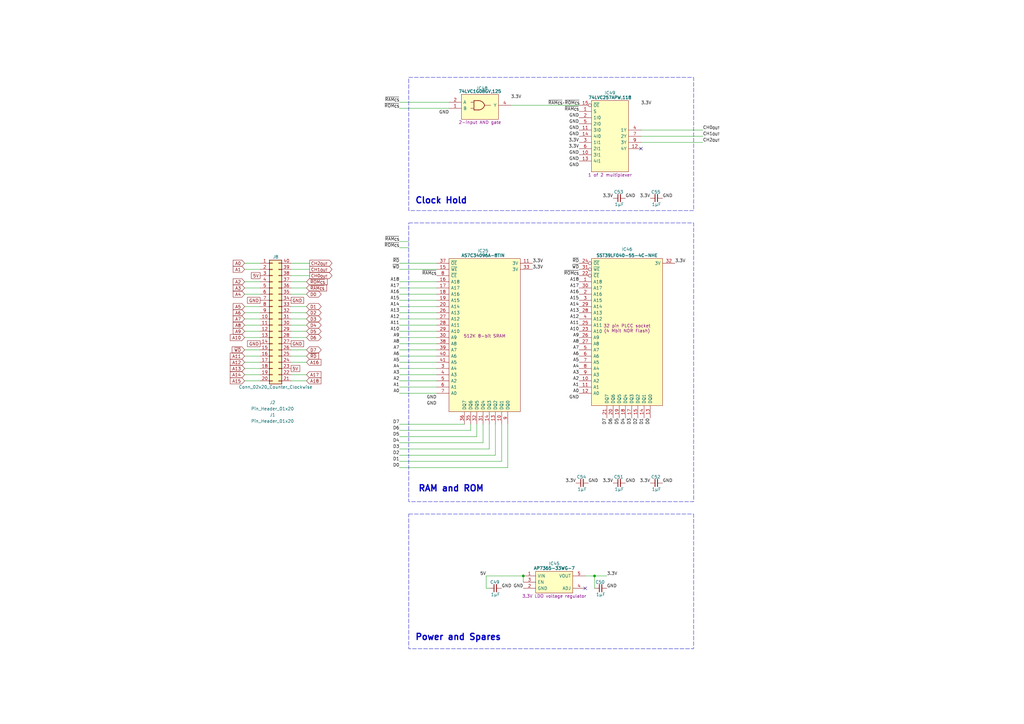
<source format=kicad_sch>
(kicad_sch (version 20230121) (generator eeschema)
  (paper "A3")
  (title_block (title "MPU Memory") (date "2024-02-15") (rev "V0"))
  (lib_symbols
    (symbol "Alliance:AS7C34096A-8TIN" (pin_names (offset 0.762))
      (property "Reference" "IC" (at 19.05 5.08 0))
      (property "Value" "AS7C34096A-8TIN" (at 19.05 3.175 0))
      (property "Description" "512K 8-bit SRAM" (at 19.685 -29.845 0))
      (symbol "AS7C34096A-8TIN_0_0"
        (pin no_connect line (at 39.37 -20.32 180) (length 5.08) hide (name "N.C.") (number "1"))
        (pin bidirectional line (at 26.67 -66.04 90) (length 5.08) (name "DQ1") (number "10"))
        (pin passive line (at 0 -55.88 0) (length 5.08) hide (name "GND") (number "12"))
        (pin bidirectional line (at 24.13 -66.04 90) (length 5.08) (name "DQ2") (number "13"))
        (pin bidirectional line (at 21.59 -66.04 90) (length 5.08) (name "DQ3") (number "14"))
        (pin input line (at 0 -2.54 0) (length 5.08) (name "~{WE}") (number "15"))
        (pin input line (at 0 -7.62 0) (length 5.08) (name "A18") (number "16"))
        (pin input line (at 0 -10.16 0) (length 5.08) (name "A17") (number "17"))
        (pin input line (at 0 -12.7 0) (length 5.08) (name "A16") (number "18"))
        (pin input line (at 0 -15.24 0) (length 5.08) (name "A15") (number "19"))
        (pin no_connect line (at 39.37 -22.86 180) (length 5.08) hide (name "N.C.") (number "2"))
        (pin input line (at 0 -17.78 0) (length 5.08) (name "A14") (number "20"))
        (pin no_connect line (at 39.37 -25.4 180) (length 5.08) hide (name "N.C.") (number "21"))
        (pin no_connect line (at 39.37 -27.94 180) (length 5.08) hide (name "N.C.") (number "22"))
        (pin no_connect line (at 39.37 -30.48 180) (length 5.08) hide (name "N.C.") (number "23"))
        (pin no_connect line (at 39.37 -33.02 180) (length 5.08) hide (name "N.C.") (number "24"))
        (pin no_connect line (at 39.37 -35.56 180) (length 5.08) hide (name "N.C.") (number "25"))
        (pin input line (at 0 -20.32 0) (length 5.08) (name "A13") (number "26"))
        (pin input line (at 0 -22.86 0) (length 5.08) (name "A12") (number "27"))
        (pin input line (at 0 -25.4 0) (length 5.08) (name "A11") (number "28"))
        (pin input line (at 0 -27.94 0) (length 5.08) (name "A10") (number "29"))
        (pin input line (at 0 -43.18 0) (length 5.08) (name "A4") (number "3"))
        (pin input line (at 0 -30.48 0) (length 5.08) (name "A9") (number "30"))
        (pin bidirectional line (at 19.05 -66.04 90) (length 5.08) (name "DQ4") (number "31"))
        (pin bidirectional line (at 16.51 -66.04 90) (length 5.08) (name "DQ5") (number "32"))
        (pin passive line (at 0 -58.42 0) (length 5.08) hide (name "GND") (number "34"))
        (pin bidirectional line (at 13.97 -66.04 90) (length 5.08) (name "DQ6") (number "35"))
        (pin bidirectional line (at 11.43 -66.04 90) (length 5.08) (name "DQ7") (number "36"))
        (pin input line (at 0 0 0) (length 5.08) (name "~{OE}") (number "37"))
        (pin input line (at 0 -33.02 0) (length 5.08) (name "A8") (number "38"))
        (pin input line (at 0 -35.56 0) (length 5.08) (name "A7") (number "39"))
        (pin input line (at 0 -45.72 0) (length 5.08) (name "A3") (number "4"))
        (pin input line (at 0 -38.1 0) (length 5.08) (name "A6") (number "40"))
        (pin input line (at 0 -40.64 0) (length 5.08) (name "A5") (number "41"))
        (pin no_connect line (at 39.37 -38.1 180) (length 5.08) hide (name "N.C.") (number "42"))
        (pin no_connect line (at 39.37 -40.64 180) (length 5.08) hide (name "N.C.") (number "43"))
        (pin no_connect line (at 39.37 -43.18 180) (length 5.08) hide (name "N.C.") (number "44"))
        (pin input line (at 0 -48.26 0) (length 5.08) (name "A2") (number "5"))
        (pin input line (at 0 -50.8 0) (length 5.08) (name "A1") (number "6"))
        (pin input line (at 0 -53.34 0) (length 5.08) (name "A0") (number "7"))
        (pin input line (at 0 -5.08 0) (length 5.08) (name "~{CE}") (number "8"))
        (pin bidirectional line (at 29.21 -66.04 90) (length 5.08) (name "DQ0") (number "9"))
      )
      (symbol "AS7C34096A-8TIN_0_1"
        (polyline (pts (xy 5.08 1.905) (xy 34.29 1.905) (xy 34.29 -60.96) (xy 5.08 -60.96) (xy 5.08 1.905)) (stroke (width 0.1524)) (fill (type background)))
      )
      (symbol "AS7C34096A-8TIN_1_1"
        (pin passive line (at 39.37 0 180) (length 5.08) (name "3V") (number "11"))
        (pin passive line (at 39.37 -2.54 180) (length 5.08) (name "3V") (number "33"))
      )
    )
    (symbol "Connector_Generic:Conn_02x20_Counter_Clockwise" (pin_names (offset 1.016) hide)
      (property "Reference" "J" (at 1.27 25.4 0))
      (property "Value" "Conn_02x20_Counter_Clockwise" (at 1.27 -27.94 0))
      (symbol "Conn_02x20_Counter_Clockwise_1_1"
        (rectangle (start -1.27 -25.273) (end 0 -25.527) (stroke (width 0.1524)))
        (rectangle (start -1.27 -22.733) (end 0 -22.987) (stroke (width 0.1524)))
        (rectangle (start -1.27 -20.193) (end 0 -20.447) (stroke (width 0.1524)))
        (rectangle (start -1.27 -17.653) (end 0 -17.907) (stroke (width 0.1524)))
        (rectangle (start -1.27 -15.113) (end 0 -15.367) (stroke (width 0.1524)))
        (rectangle (start -1.27 -12.573) (end 0 -12.827) (stroke (width 0.1524)))
        (rectangle (start -1.27 -10.033) (end 0 -10.287) (stroke (width 0.1524)))
        (rectangle (start -1.27 -7.493) (end 0 -7.747) (stroke (width 0.1524)))
        (rectangle (start -1.27 -4.953) (end 0 -5.207) (stroke (width 0.1524)))
        (rectangle (start -1.27 -2.413) (end 0 -2.667) (stroke (width 0.1524)))
        (rectangle (start -1.27 0.127) (end 0 -0.127) (stroke (width 0.1524)))
        (rectangle (start -1.27 2.667) (end 0 2.413) (stroke (width 0.1524)))
        (rectangle (start -1.27 5.207) (end 0 4.953) (stroke (width 0.1524)))
        (rectangle (start -1.27 7.747) (end 0 7.493) (stroke (width 0.1524)))
        (rectangle (start -1.27 10.287) (end 0 10.033) (stroke (width 0.1524)))
        (rectangle (start -1.27 12.827) (end 0 12.573) (stroke (width 0.1524)))
        (rectangle (start -1.27 15.367) (end 0 15.113) (stroke (width 0.1524)))
        (rectangle (start -1.27 17.907) (end 0 17.653) (stroke (width 0.1524)))
        (rectangle (start -1.27 20.447) (end 0 20.193) (stroke (width 0.1524)))
        (rectangle (start -1.27 22.987) (end 0 22.733) (stroke (width 0.1524)))
        (rectangle (start -1.27 24.13) (end 3.81 -26.67) (stroke (width 0.254)) (fill (type background)))
        (rectangle (start 3.81 -25.273) (end 2.54 -25.527) (stroke (width 0.1524)))
        (rectangle (start 3.81 -22.733) (end 2.54 -22.987) (stroke (width 0.1524)))
        (rectangle (start 3.81 -20.193) (end 2.54 -20.447) (stroke (width 0.1524)))
        (rectangle (start 3.81 -17.653) (end 2.54 -17.907) (stroke (width 0.1524)))
        (rectangle (start 3.81 -15.113) (end 2.54 -15.367) (stroke (width 0.1524)))
        (rectangle (start 3.81 -12.573) (end 2.54 -12.827) (stroke (width 0.1524)))
        (rectangle (start 3.81 -10.033) (end 2.54 -10.287) (stroke (width 0.1524)))
        (rectangle (start 3.81 -7.493) (end 2.54 -7.747) (stroke (width 0.1524)))
        (rectangle (start 3.81 -4.953) (end 2.54 -5.207) (stroke (width 0.1524)))
        (rectangle (start 3.81 -2.413) (end 2.54 -2.667) (stroke (width 0.1524)))
        (rectangle (start 3.81 0.127) (end 2.54 -0.127) (stroke (width 0.1524)))
        (rectangle (start 3.81 2.667) (end 2.54 2.413) (stroke (width 0.1524)))
        (rectangle (start 3.81 5.207) (end 2.54 4.953) (stroke (width 0.1524)))
        (rectangle (start 3.81 7.747) (end 2.54 7.493) (stroke (width 0.1524)))
        (rectangle (start 3.81 10.287) (end 2.54 10.033) (stroke (width 0.1524)))
        (rectangle (start 3.81 12.827) (end 2.54 12.573) (stroke (width 0.1524)))
        (rectangle (start 3.81 15.367) (end 2.54 15.113) (stroke (width 0.1524)))
        (rectangle (start 3.81 17.907) (end 2.54 17.653) (stroke (width 0.1524)))
        (rectangle (start 3.81 20.447) (end 2.54 20.193) (stroke (width 0.1524)))
        (rectangle (start 3.81 22.987) (end 2.54 22.733) (stroke (width 0.1524)))
        (pin passive line (at -5.08 22.86 0) (length 3.81) (name "Pin_1") (number "1"))
        (pin passive line (at -5.08 0 0) (length 3.81) (name "Pin_10") (number "10"))
        (pin passive line (at -5.08 -2.54 0) (length 3.81) (name "Pin_11") (number "11"))
        (pin passive line (at -5.08 -5.08 0) (length 3.81) (name "Pin_12") (number "12"))
        (pin passive line (at -5.08 -7.62 0) (length 3.81) (name "Pin_13") (number "13"))
        (pin passive line (at -5.08 -10.16 0) (length 3.81) (name "Pin_14") (number "14"))
        (pin passive line (at -5.08 -12.7 0) (length 3.81) (name "Pin_15") (number "15"))
        (pin passive line (at -5.08 -15.24 0) (length 3.81) (name "Pin_16") (number "16"))
        (pin passive line (at -5.08 -17.78 0) (length 3.81) (name "Pin_17") (number "17"))
        (pin passive line (at -5.08 -20.32 0) (length 3.81) (name "Pin_18") (number "18"))
        (pin passive line (at -5.08 -22.86 0) (length 3.81) (name "Pin_19") (number "19"))
        (pin passive line (at -5.08 20.32 0) (length 3.81) (name "Pin_2") (number "2"))
        (pin passive line (at -5.08 -25.4 0) (length 3.81) (name "Pin_20") (number "20"))
        (pin passive line (at 7.62 -25.4 180) (length 3.81) (name "Pin_21") (number "21"))
        (pin passive line (at 7.62 -22.86 180) (length 3.81) (name "Pin_22") (number "22"))
        (pin passive line (at 7.62 -20.32 180) (length 3.81) (name "Pin_23") (number "23"))
        (pin passive line (at 7.62 -17.78 180) (length 3.81) (name "Pin_24") (number "24"))
        (pin passive line (at 7.62 -15.24 180) (length 3.81) (name "Pin_25") (number "25"))
        (pin passive line (at 7.62 -12.7 180) (length 3.81) (name "Pin_26") (number "26"))
        (pin passive line (at 7.62 -10.16 180) (length 3.81) (name "Pin_27") (number "27"))
        (pin passive line (at 7.62 -7.62 180) (length 3.81) (name "Pin_28") (number "28"))
        (pin passive line (at 7.62 -5.08 180) (length 3.81) (name "Pin_29") (number "29"))
        (pin passive line (at -5.08 17.78 0) (length 3.81) (name "Pin_3") (number "3"))
        (pin passive line (at 7.62 -2.54 180) (length 3.81) (name "Pin_30") (number "30"))
        (pin passive line (at 7.62 0 180) (length 3.81) (name "Pin_31") (number "31"))
        (pin passive line (at 7.62 2.54 180) (length 3.81) (name "Pin_32") (number "32"))
        (pin passive line (at 7.62 5.08 180) (length 3.81) (name "Pin_33") (number "33"))
        (pin passive line (at 7.62 7.62 180) (length 3.81) (name "Pin_34") (number "34"))
        (pin passive line (at 7.62 10.16 180) (length 3.81) (name "Pin_35") (number "35"))
        (pin passive line (at 7.62 12.7 180) (length 3.81) (name "Pin_36") (number "36"))
        (pin passive line (at 7.62 15.24 180) (length 3.81) (name "Pin_37") (number "37"))
        (pin passive line (at 7.62 17.78 180) (length 3.81) (name "Pin_38") (number "38"))
        (pin passive line (at 7.62 20.32 180) (length 3.81) (name "Pin_39") (number "39"))
        (pin passive line (at -5.08 15.24 0) (length 3.81) (name "Pin_4") (number "4"))
        (pin passive line (at 7.62 22.86 180) (length 3.81) (name "Pin_40") (number "40"))
        (pin passive line (at -5.08 12.7 0) (length 3.81) (name "Pin_5") (number "5"))
        (pin passive line (at -5.08 10.16 0) (length 3.81) (name "Pin_6") (number "6"))
        (pin passive line (at -5.08 7.62 0) (length 3.81) (name "Pin_7") (number "7"))
        (pin passive line (at -5.08 5.08 0) (length 3.81) (name "Pin_8") (number "8"))
        (pin passive line (at -5.08 2.54 0) (length 3.81) (name "Pin_9") (number "9"))
      )
    )
    (symbol "Diodes_Inc:AP7365-33WG-7" (pin_names (offset 0.762))
      (property "Reference" "IC" (at 12.7 5.08 0))
      (property "Value" "AP7365-33WG-7" (at 12.7 3.175 0))
      (property "Description" "3.3V LDO voltage regulator" (at 12.7 -8.255 0))
      (symbol "AP7365-33WG-7_0_0"
        (pin passive line (at 0 0 0) (length 5.08) (name "VIN") (number "1"))
        (pin passive line (at 0 -5.08 0) (length 5.08) (name "GND") (number "2"))
        (pin input line (at 0 -2.54 0) (length 5.08) (name "EN") (number "3"))
        (pin passive line (at 25.4 -5.08 180) (length 5.08) (name "ADJ") (number "4"))
        (pin passive line (at 25.4 0 180) (length 5.08) (name "VOUT") (number "5"))
      )
      (symbol "AP7365-33WG-7_0_1"
        (polyline (pts (xy 5.08 1.905) (xy 20.32 1.905) (xy 20.32 -6.985) (xy 5.08 -6.985) (xy 5.08 1.905)) (fill (type background)))
      )
    )
    (symbol "HCP65:C_0805" (pin_numbers hide) (pin_names (offset 0.254) hide)
      (property "Reference" "C" (at 2.286 2.54 0))
      (property "Value" "?μF" (at 2.54 -2.54 0))
      (symbol "C_0805_0_1"
        (polyline (pts (xy 1.9685 -1.4605) (xy 1.9685 1.5875)) (stroke (width 0.3048)))
        (polyline (pts (xy 2.9845 -1.4605) (xy 2.9845 1.5875)) (stroke (width 0.3302)))
      )
      (symbol "C_0805_1_1"
        (pin passive line (at 0 0 0) (length 2.032) (name "~") (number "1"))
        (pin passive line (at 5.08 0 180) (length 2.032) (name "~") (number "2"))
      )
    )
    (symbol "HCP65:Pin_Header_01x20" (pin_names (offset 1.016) hide)
      (property "Reference" "J" (at 0 1.27 0))
      (property "Value" "Pin_Header_01x20" (at 0 -1.27 0))
    )
    (symbol "Microchip:SST39LF040-55-4C-NHE" (pin_names (offset 0.762))
      (property "Reference" "IC" (at 19.685 5.715 0))
      (property "Value" "SST39LF040-55-4C-NHE" (at 19.685 3.175 0))
      (property "Description" "32 pin PLCC socket\n(4 Mbit NOR Flash)" (at 19.685 -26.67 0))
      (symbol "SST39LF040-55-4C-NHE_0_1"
        (polyline (pts (xy 5.08 1.905) (xy 34.29 1.905) (xy 34.29 -58.42) (xy 5.08 -58.42) (xy 5.08 1.905)) (stroke (width 0.1524)) (fill (type background)))
      )
      (symbol "SST39LF040-55-4C-NHE_1_0"
        (pin passive line (at 0 -55.88 0) (length 5.08) hide (name "GND") (number "16"))
      )
      (symbol "SST39LF040-55-4C-NHE_1_1"
        (pin input line (at 0 -7.62 0) (length 5.08) (name "A18") (number "1"))
        (pin input line (at 0 -48.26 0) (length 5.08) (name "A2") (number "10"))
        (pin input line (at 0 -50.8 0) (length 5.08) (name "A1") (number "11"))
        (pin input line (at 0 -53.34 0) (length 5.08) (name "A0") (number "12"))
        (pin tri_state line (at 29.21 -63.5 90) (length 5.08) (name "DQ0") (number "13"))
        (pin tri_state line (at 26.67 -63.5 90) (length 5.08) (name "DQ1") (number "14"))
        (pin tri_state line (at 24.13 -63.5 90) (length 5.08) (name "DQ2") (number "15"))
        (pin tri_state line (at 21.59 -63.5 90) (length 5.08) (name "DQ3") (number "17"))
        (pin tri_state line (at 19.05 -63.5 90) (length 5.08) (name "DQ4") (number "18"))
        (pin tri_state line (at 16.51 -63.5 90) (length 5.08) (name "DQ5") (number "19"))
        (pin input line (at 0 -12.7 0) (length 5.08) (name "A16") (number "2"))
        (pin tri_state line (at 13.97 -63.5 90) (length 5.08) (name "DQ6") (number "20"))
        (pin tri_state line (at 11.43 -63.5 90) (length 5.08) (name "DQ7") (number "21"))
        (pin input inverted (at 0 -5.08 0) (length 5.08) (name "~{CE}") (number "22"))
        (pin input line (at 0 -27.94 0) (length 5.08) (name "A10") (number "23"))
        (pin input inverted (at 0 0 0) (length 5.08) (name "~{OE}") (number "24"))
        (pin input line (at 0 -25.4 0) (length 5.08) (name "A11") (number "25"))
        (pin input line (at 0 -30.48 0) (length 5.08) (name "A9") (number "26"))
        (pin input line (at 0 -33.02 0) (length 5.08) (name "A8") (number "27"))
        (pin input line (at 0 -20.32 0) (length 5.08) (name "A13") (number "28"))
        (pin input line (at 0 -17.78 0) (length 5.08) (name "A14") (number "29"))
        (pin input line (at 0 -15.24 0) (length 5.08) (name "A15") (number "3"))
        (pin input line (at 0 -10.16 0) (length 5.08) (name "A17") (number "30"))
        (pin input inverted (at 0 -2.54 0) (length 5.08) (name "~{WE}") (number "31"))
        (pin passive line (at 39.37 0 180) (length 5.08) (name "3V") (number "32"))
        (pin input line (at 0 -22.86 0) (length 5.08) (name "A12") (number "4"))
        (pin input line (at 0 -35.56 0) (length 5.08) (name "A7") (number "5"))
        (pin input line (at 0 -38.1 0) (length 5.08) (name "A6") (number "6"))
        (pin input line (at 0 -40.64 0) (length 5.08) (name "A5") (number "7"))
        (pin input line (at 0 -43.18 0) (length 5.08) (name "A4") (number "8"))
        (pin input line (at 0 -45.72 0) (length 5.08) (name "A3") (number "9"))
      )
    )
    (symbol "Nexperia:74LVC1G08GV,125" (pin_names (offset 0.762))
      (property "Reference" "IC" (at 11.43 6.35 0))
      (property "Value" "74LVC1G08GV,125" (at 12.7 4.445 0))
      (property "Description" "2-input AND gate" (at 12.7 -8.255 0))
      (symbol "74LVC1G08GV,125_0_0"
        (pin input line (at 0 -2.54 0) (length 5.08) (name "B") (number "1"))
        (pin input line (at 0 0 0) (length 5.08) (name "A") (number "2"))
        (pin passive line (at 0 -5.08 0) (length 5.08) hide (name "GND") (number "3"))
        (pin output line (at 25.4 -1.27 180) (length 5.08) (name "Y") (number "4"))
        (pin passive line (at 25.4 1.27 180) (length 5.08) hide (name "3V") (number "5"))
      )
      (symbol "74LVC1G08GV,125_0_1"
        (polyline (pts (xy 8.89 -2.54) (xy 10.1599 -2.54)))
        (polyline (pts (xy 8.89 0) (xy 10.1599 0)))
        (polyline (pts (xy 10.248 0.635) (xy 10.248 -3.175)) (stroke (width 0.254)) (fill (type background)))
        (polyline (pts (xy 12.065 -3.175) (xy 10.248 -3.175)) (stroke (width 0.254)) (fill (type background)))
        (polyline (pts (xy 12.065 0.635) (xy 10.248 0.635)) (stroke (width 0.254)) (fill (type background)))
        (polyline (pts (xy 14.605 -1.27) (xy 17.145 -1.27)))
        (polyline (pts (xy 5.08 3.175) (xy 20.32 3.175) (xy 20.32 -6.985) (xy 5.08 -6.985) (xy 5.08 3.175)) (stroke (width 0.1524)) (fill (type background)))
        (arc (start 12.065 -3.175) (mid 13.6634 -2.6604) (end 14.605 -1.27) (stroke (width 0.254)))
        (arc (start 14.605 -1.27) (mid 13.6644 0.1222) (end 12.065 0.635) (stroke (width 0.254)))
      )
    )
    (symbol "Nexperia:74LVC257APW,118" (pin_names (offset 0.762))
      (property "Reference" "IC" (at 12.7 5.08 0))
      (property "Value" "74LVC257APW,118" (at 12.7 3.175 0))
      (property "Description" "1 of 2 multiplexer" (at 12.7 -28.575 0))
      (symbol "74LVC257APW,118_0_0"
        (pin input line (at 0 -2.54 0) (length 5.08) (name "S") (number "1"))
        (pin input line (at 0 -20.32 0) (length 5.08) (name "3I1") (number "10"))
        (pin input line (at 0 -10.16 0) (length 5.08) (name "3I0") (number "11"))
        (pin output line (at 25.4 -17.78 180) (length 5.08) (name "4Y") (number "12"))
        (pin input line (at 0 -22.86 0) (length 5.08) (name "4I1") (number "13"))
        (pin input line (at 0 -12.7 0) (length 5.08) (name "4I0") (number "14"))
        (pin passive line (at 25.4 0 180) (length 5.08) hide (name "3V") (number "16"))
        (pin input line (at 0 -5.08 0) (length 5.08) (name "1I0") (number "2"))
        (pin input line (at 0 -15.24 0) (length 5.08) (name "1I1") (number "3"))
        (pin output line (at 25.4 -10.16 180) (length 5.08) (name "1Y") (number "4"))
        (pin input line (at 0 -7.62 0) (length 5.08) (name "2I0") (number "5"))
        (pin input line (at 0 -17.78 0) (length 5.08) (name "2I1") (number "6"))
        (pin output line (at 25.4 -12.7 180) (length 5.08) (name "2Y") (number "7"))
        (pin passive line (at 0 -25.4 0) (length 5.08) hide (name "GND") (number "8"))
        (pin output line (at 25.4 -15.24 180) (length 5.08) (name "3Y") (number "9"))
      )
      (symbol "74LVC257APW,118_0_1"
        (polyline (pts (xy 5.08 1.905) (xy 20.32 1.905) (xy 20.32 -27.305) (xy 5.08 -27.305) (xy 5.08 1.905)) (stroke (width 0.1524)) (fill (type background)))
      )
      (symbol "74LVC257APW,118_1_0"
        (pin input inverted (at 0 0 0) (length 5.08) (name "~{OE}") (number "15"))
      )
    )
  )
  (junction (at 243.84 236.22))
  (junction (at 214.63 236.22))
  (no_connect (at 262.89 60.96))
  (no_connect (at 240.03 241.3))
  (wire (pts (xy 100.33 153.67) (xy 106.68 153.67)))
  (wire (pts (xy 119.38 128.27) (xy 125.73 128.27)))
  (wire (pts (xy 193.04 176.53) (xy 193.04 173.99)))
  (wire (pts (xy 100.33 151.13) (xy 106.68 151.13)))
  (wire (pts (xy 205.74 173.99) (xy 205.74 189.23)))
  (wire (pts (xy 119.38 110.49) (xy 127 110.49)))
  (wire (pts (xy 163.83 173.99) (xy 190.5 173.99)))
  (wire (pts (xy 119.38 113.03) (xy 127 113.03)))
  (wire (pts (xy 163.83 161.29) (xy 179.07 161.29)))
  (wire (pts (xy 163.83 158.75) (xy 179.07 158.75)))
  (wire (pts (xy 100.33 120.65) (xy 106.68 120.65)))
  (wire (pts (xy 163.83 133.35) (xy 179.07 133.35)))
  (wire (pts (xy 100.33 146.05) (xy 106.68 146.05)))
  (wire (pts (xy 119.38 135.89) (xy 125.73 135.89)))
  (wire (pts (xy 163.83 110.49) (xy 179.07 110.49)))
  (wire (pts (xy 100.33 125.73) (xy 106.68 125.73)))
  (wire (pts (xy 106.68 143.51) (xy 100.33 143.51)))
  (wire (pts (xy 208.28 191.77) (xy 208.28 173.99)))
  (wire (pts (xy 163.83 130.81) (xy 179.07 130.81)))
  (wire (pts (xy 163.83 41.91) (xy 184.15 41.91)))
  (wire (pts (xy 119.38 153.67) (xy 125.73 153.67)))
  (wire (pts (xy 163.83 118.11) (xy 179.07 118.11)))
  (wire (pts (xy 240.03 236.22) (xy 243.84 236.22)))
  (wire (pts (xy 163.83 135.89) (xy 179.07 135.89)))
  (wire (pts (xy 199.39 236.22) (xy 199.39 241.3)))
  (wire (pts (xy 119.38 133.35) (xy 125.73 133.35)))
  (wire (pts (xy 243.84 241.3) (xy 243.84 236.22)))
  (wire (pts (xy 209.55 43.18) (xy 237.49 43.18)))
  (wire (pts (xy 119.38 148.59) (xy 125.73 148.59)))
  (wire (pts (xy 119.38 146.05) (xy 125.73 146.05)))
  (wire (pts (xy 100.33 115.57) (xy 106.68 115.57)))
  (wire (pts (xy 163.83 191.77) (xy 208.28 191.77)))
  (wire (pts (xy 163.83 115.57) (xy 179.07 115.57)))
  (wire (pts (xy 119.38 107.95) (xy 127 107.95)))
  (wire (pts (xy 100.33 135.89) (xy 106.68 135.89)))
  (wire (pts (xy 288.29 58.42) (xy 262.89 58.42)))
  (wire (pts (xy 163.83 107.95) (xy 179.07 107.95)))
  (wire (pts (xy 100.33 133.35) (xy 106.68 133.35)))
  (wire (pts (xy 163.83 153.67) (xy 179.07 153.67)))
  (wire (pts (xy 100.33 148.59) (xy 106.68 148.59)))
  (wire (pts (xy 195.58 179.07) (xy 163.83 179.07)))
  (wire (pts (xy 163.83 120.65) (xy 179.07 120.65)))
  (wire (pts (xy 163.83 128.27) (xy 179.07 128.27)))
  (wire (pts (xy 205.74 189.23) (xy 163.83 189.23)))
  (wire (pts (xy 199.39 241.3) (xy 200.66 241.3)))
  (wire (pts (xy 163.83 146.05) (xy 179.07 146.05)))
  (wire (pts (xy 163.83 176.53) (xy 193.04 176.53)))
  (wire (pts (xy 163.83 148.59) (xy 179.07 148.59)))
  (wire (pts (xy 163.83 125.73) (xy 179.07 125.73)))
  (wire (pts (xy 199.39 236.22) (xy 214.63 236.22)))
  (wire (pts (xy 100.33 138.43) (xy 106.68 138.43)))
  (wire (pts (xy 100.33 130.81) (xy 106.68 130.81)))
  (wire (pts (xy 119.38 118.11) (xy 125.73 118.11)))
  (wire (pts (xy 100.33 128.27) (xy 106.68 128.27)))
  (wire (pts (xy 163.83 101.6) (xy 167.64 101.6)))
  (wire (pts (xy 163.83 143.51) (xy 179.07 143.51)))
  (wire (pts (xy 203.2 186.69) (xy 203.2 173.99)))
  (wire (pts (xy 119.38 156.21) (xy 125.73 156.21)))
  (wire (pts (xy 198.12 181.61) (xy 163.83 181.61)))
  (wire (pts (xy 100.33 107.95) (xy 106.68 107.95)))
  (wire (pts (xy 100.33 156.21) (xy 106.68 156.21)))
  (wire (pts (xy 195.58 173.99) (xy 195.58 179.07)))
  (wire (pts (xy 163.83 151.13) (xy 179.07 151.13)))
  (wire (pts (xy 200.66 173.99) (xy 200.66 184.15)))
  (wire (pts (xy 119.38 120.65) (xy 125.73 120.65)))
  (wire (pts (xy 163.83 186.69) (xy 203.2 186.69)))
  (wire (pts (xy 119.38 130.81) (xy 125.73 130.81)))
  (wire (pts (xy 119.38 115.57) (xy 125.73 115.57)))
  (wire (pts (xy 119.38 138.43) (xy 125.73 138.43)))
  (wire (pts (xy 214.63 236.22) (xy 214.63 238.76)))
  (wire (pts (xy 163.83 156.21) (xy 179.07 156.21)))
  (wire (pts (xy 163.83 44.45) (xy 184.15 44.45)))
  (wire (pts (xy 200.66 184.15) (xy 163.83 184.15)))
  (wire (pts (xy 163.83 138.43) (xy 179.07 138.43)))
  (wire (pts (xy 288.29 55.88) (xy 262.89 55.88)))
  (wire (pts (xy 100.33 118.11) (xy 106.68 118.11)))
  (wire (pts (xy 198.12 173.99) (xy 198.12 181.61)))
  (wire (pts (xy 288.29 53.34) (xy 262.89 53.34)))
  (wire (pts (xy 163.83 140.97) (xy 179.07 140.97)))
  (wire (pts (xy 125.73 143.51) (xy 119.38 143.51)))
  (wire (pts (xy 163.83 123.19) (xy 179.07 123.19)))
  (wire (pts (xy 100.33 110.49) (xy 106.68 110.49)))
  (wire (pts (xy 163.83 99.06) (xy 167.64 99.06)))
  (wire (pts (xy 119.38 125.73) (xy 125.73 125.73)))
  (wire (pts (xy 243.84 236.22) (xy 248.92 236.22)))
  (rectangle (start 167.64 210.82) (end 284.48 266.065) (stroke (width 0) (type dash)))
  (rectangle (start 167.64 31.75) (end 284.48 86.36) (stroke (width 0) (type dash)))
  (rectangle (start 167.64 91.44) (end 284.48 205.74) (stroke (width 0) (type dash)))
  (text "Power and Spares" (at 170.18 262.89 0) (effects (font (size 2.54 2.54) (thickness 0.508) bold) (justify left bottom)))
  (text "Clock Hold" (at 170.18 83.82 0) (effects (font (size 2.54 2.54) (thickness 0.508) bold) (justify left bottom)))
  (text "RAM and ROM" (at 171.45 201.93 0) (effects (font (size 2.54 2.54) (thickness 0.508) bold) (justify left bottom)))
  (label "A15" (at 163.83 123.19 180))
  (label "A10" (at 163.83 135.89 180))
  (label "A13" (at 163.83 128.27 180))
  (label "3.3V" (at 276.86 107.95 0))
  (label "A5" (at 163.83 148.59 180))
  (label "D2" (at 163.83 186.69 180))
  (label "A7" (at 163.83 143.51 180))
  (label "3.3V" (at 218.44 107.95 0))
  (label "D4" (at 163.83 181.61 180))
  (label "GND" (at 237.49 66.04 180))
  (label "A3" (at 237.49 153.67 180))
  (label "D7" (at 163.83 173.99 180))
  (label "GND" (at 241.3 198.12 0))
  (label "A16" (at 163.83 120.65 180))
  (label "A6" (at 237.49 146.05 180))
  (label "GND" (at 237.49 48.26 180))
  (label "A17" (at 237.49 118.11 180))
  (label "GND" (at 179.07 166.37 180))
  (label "A18" (at 237.49 115.57 180))
  (label "GND" (at 248.92 241.3 0))
  (label "A14" (at 237.49 125.73 180))
  (label "3.3V" (at 266.7 81.28 180))
  (label "~{RAM_{CS}}" (at 237.49 45.72 180))
  (label "~{ROM_{CS}}" (at 237.49 113.03 180))
  (label "A12" (at 237.49 130.81 180))
  (label "A8" (at 237.49 140.97 180))
  (label "~{RAM_{CS}}" (at 163.83 99.06 180))
  (label "CH2_{OUT}" (at 288.29 58.42 0))
  (label "3.3V" (at 237.49 58.42 180))
  (label "3.3V" (at 251.46 198.12 180))
  (label "GND" (at 256.54 198.12 0))
  (label "A17" (at 163.83 118.11 180))
  (label "3.3V" (at 248.92 236.22 0))
  (label "D2" (at 261.62 171.45 270))
  (label "D0" (at 163.83 191.77 180))
  (label "3.3V" (at 266.7 198.12 180))
  (label "A14" (at 163.83 125.73 180))
  (label "A0" (at 237.49 161.29 180))
  (label "3.3V" (at 218.44 110.49 0))
  (label "GND" (at 271.78 81.28 0))
  (label "D6" (at 163.83 176.53 180))
  (label "GND" (at 205.74 241.3 0))
  (label "A18" (at 163.83 115.57 180))
  (label "~{WD}" (at 163.83 110.49 180))
  (label "D4" (at 256.54 171.45 270))
  (label "A11" (at 163.83 133.35 180))
  (label "~{RAM_{CS}}" (at 163.83 41.91 180))
  (label "A12" (at 163.83 130.81 180))
  (label "~{RAM_{CS}}·~{ROM_{CS}}" (at 224.79 43.18 0))
  (label "A13" (at 237.49 128.27 180))
  (label "~{RAM_{CS}}" (at 179.07 113.03 180))
  (label "D5" (at 254 171.45 270))
  (label "A2" (at 237.49 156.21 180))
  (label "GND" (at 271.78 198.12 0))
  (label "A4" (at 237.49 151.13 180))
  (label "GND" (at 237.49 63.5 180))
  (label "~{RD}" (at 163.83 107.95 180))
  (label "A7" (at 237.49 143.51 180))
  (label "D1" (at 163.83 189.23 180))
  (label "A6" (at 163.83 146.05 180))
  (label "A10" (at 237.49 135.89 180))
  (label "GND" (at 256.54 81.28 0))
  (label "A3" (at 163.83 153.67 180))
  (label "GND" (at 237.49 50.8 180))
  (label "A15" (at 237.49 123.19 180))
  (label "~{WD}" (at 237.49 110.49 180))
  (label "~{ROM_{CS}}" (at 163.83 101.6 180))
  (label "A9" (at 237.49 138.43 180))
  (label "3.3V" (at 209.55 40.64 0))
  (label "A11" (at 237.49 133.35 180))
  (label "D6" (at 251.46 171.45 270))
  (label "GND" (at 184.15 46.99 180))
  (label "A9" (at 163.83 138.43 180))
  (label "D3" (at 259.08 171.45 270))
  (label "D1" (at 264.16 171.45 270))
  (label "A1" (at 237.49 158.75 180))
  (label "D3" (at 163.83 184.15 180))
  (label "GND" (at 237.49 68.58 180))
  (label "A5" (at 237.49 148.59 180))
  (label "GND" (at 237.49 55.88 180))
  (label "CH1_{OUT}" (at 288.29 55.88 0))
  (label "A16" (at 237.49 120.65 180))
  (label "GND" (at 214.63 241.3 180))
  (label "A2" (at 163.83 156.21 180))
  (label "3.3V" (at 236.22 198.12 180))
  (label "A8" (at 163.83 140.97 180))
  (label "~{RD}" (at 237.49 107.95 180))
  (label "GND" (at 179.07 163.83 180))
  (label "3.3V" (at 262.89 43.18 0))
  (label "A1" (at 163.83 158.75 180))
  (label "GND" (at 237.49 53.34 180))
  (label "GND" (at 237.49 163.83 180))
  (label "CH0_{OUT}" (at 288.29 53.34 0))
  (label "D5" (at 163.83 179.07 180))
  (label "A4" (at 163.83 151.13 180))
  (label "D0" (at 266.7 171.45 270))
  (label "D7" (at 248.92 171.45 270))
  (label "3.3V" (at 237.49 60.96 180))
  (label "A0" (at 163.83 161.29 180))
  (label "5V" (at 199.39 236.22 180))
  (label "3.3V" (at 251.46 81.28 180))
  (label "~{ROM_{CS}}" (at 163.83 44.45 180))
  (global_label "A16" (shape input) (at 125.73 148.59 0) (property "Intersheetrefs" "${INTERSHEET_REFS}" (effects hide)))
  (global_label "~{RAM_{CS}}" (shape input) (at 125.73 118.11 0) (property "Intersheetrefs" "${INTERSHEET_REFS}" (effects hide)))
  (global_label "A18" (shape input) (at 125.73 156.21 0) (property "Intersheetrefs" "${INTERSHEET_REFS}" (effects hide)))
  (global_label "A0" (shape input) (at 100.33 107.95 180) (property "Intersheetrefs" "${INTERSHEET_REFS}" (effects hide)))
  (global_label "A13" (shape input) (at 100.33 151.13 180) (property "Intersheetrefs" "${INTERSHEET_REFS}" (effects hide)))
  (global_label "A5" (shape input) (at 100.33 125.73 180) (property "Intersheetrefs" "${INTERSHEET_REFS}" (effects hide)))
  (global_label "GND" (shape passive) (at 106.68 123.19 180) (property "Intersheetrefs" "${INTERSHEET_REFS}" (effects hide)))
  (global_label "A11" (shape input) (at 100.33 146.05 180) (property "Intersheetrefs" "${INTERSHEET_REFS}" (effects hide)))
  (global_label "D0" (shape tri_state) (at 125.73 120.65 0) (property "Intersheetrefs" "${INTERSHEET_REFS}" (effects hide)))
  (global_label "A3" (shape input) (at 100.33 118.11 180) (property "Intersheetrefs" "${INTERSHEET_REFS}" (effects hide)))
  (global_label "A7" (shape input) (at 100.33 130.81 180) (property "Intersheetrefs" "${INTERSHEET_REFS}" (effects hide)))
  (global_label "D5" (shape tri_state) (at 125.73 135.89 0) (property "Intersheetrefs" "${INTERSHEET_REFS}" (effects hide)))
  (global_label "GND" (shape passive) (at 119.38 140.97 0) (property "Intersheetrefs" "${INTERSHEET_REFS}" (effects hide)))
  (global_label "D7" (shape tri_state) (at 125.73 143.51 0) (property "Intersheetrefs" "${INTERSHEET_REFS}" (effects hide)))
  (global_label "GND" (shape passive) (at 119.38 123.19 0) (property "Intersheetrefs" "${INTERSHEET_REFS}" (effects hide)))
  (global_label "~{WD}" (shape input) (at 100.33 143.51 180) (property "Intersheetrefs" "${INTERSHEET_REFS}" (effects hide)))
  (global_label "D4" (shape tri_state) (at 125.73 133.35 0) (property "Intersheetrefs" "${INTERSHEET_REFS}" (effects hide)))
  (global_label "5V" (shape passive) (at 106.68 113.03 180) (property "Intersheetrefs" "${INTERSHEET_REFS}" (effects hide)))
  (global_label "A12" (shape input) (at 100.33 148.59 180) (property "Intersheetrefs" "${INTERSHEET_REFS}" (effects hide)))
  (global_label "A2" (shape input) (at 100.33 115.57 180) (property "Intersheetrefs" "${INTERSHEET_REFS}" (effects hide)))
  (global_label "D6" (shape tri_state) (at 125.73 138.43 0) (property "Intersheetrefs" "${INTERSHEET_REFS}" (effects hide)))
  (global_label "A10" (shape input) (at 100.33 138.43 180) (property "Intersheetrefs" "${INTERSHEET_REFS}" (effects hide)))
  (global_label "A17" (shape input) (at 125.73 153.67 0) (property "Intersheetrefs" "${INTERSHEET_REFS}" (effects hide)))
  (global_label "A1" (shape input) (at 100.33 110.49 180) (property "Intersheetrefs" "${INTERSHEET_REFS}" (effects hide)))
  (global_label "A14" (shape input) (at 100.33 153.67 180) (property "Intersheetrefs" "${INTERSHEET_REFS}" (effects hide)))
  (global_label "A4" (shape input) (at 100.33 120.65 180) (property "Intersheetrefs" "${INTERSHEET_REFS}" (effects hide)))
  (global_label "A8" (shape input) (at 100.33 133.35 180) (property "Intersheetrefs" "${INTERSHEET_REFS}" (effects hide)))
  (global_label "5V" (shape passive) (at 119.38 151.13 0) (property "Intersheetrefs" "${INTERSHEET_REFS}" (effects hide)))
  (global_label "D1" (shape tri_state) (at 125.73 125.73 0) (property "Intersheetrefs" "${INTERSHEET_REFS}" (effects hide)))
  (global_label "A15" (shape input) (at 100.33 156.21 180) (property "Intersheetrefs" "${INTERSHEET_REFS}" (effects hide)))
  (global_label "D2" (shape tri_state) (at 125.73 128.27 0) (property "Intersheetrefs" "${INTERSHEET_REFS}" (effects hide)))
  (global_label "~{RD}" (shape input) (at 125.73 146.05 0) (property "Intersheetrefs" "${INTERSHEET_REFS}" (effects hide)))
  (global_label "~{ROM_{CS}}" (shape input) (at 125.73 115.57 0) (property "Intersheetrefs" "${INTERSHEET_REFS}" (effects hide)))
  (global_label "A9" (shape input) (at 100.33 135.89 180) (property "Intersheetrefs" "${INTERSHEET_REFS}" (effects hide)))
  (global_label "CH2_{OUT}" (shape output) (at 127 107.95 0) (property "Intersheetrefs" "${INTERSHEET_REFS}" (effects hide)))
  (global_label "CH0_{OUT}" (shape output) (at 127 113.03 0) (property "Intersheetrefs" "${INTERSHEET_REFS}" (effects hide)))
  (global_label "D3" (shape tri_state) (at 125.73 130.81 0) (property "Intersheetrefs" "${INTERSHEET_REFS}" (effects hide)))
  (global_label "CH1_{OUT}" (shape output) (at 127 110.49 0) (property "Intersheetrefs" "${INTERSHEET_REFS}" (effects hide)))
  (global_label "GND" (shape passive) (at 106.68 140.97 180) (property "Intersheetrefs" "${INTERSHEET_REFS}" (effects hide)))
  (global_label "A6" (shape input) (at 100.33 128.27 180) (property "Intersheetrefs" "${INTERSHEET_REFS}" (effects hide)))
  (symbol (lib_id "Alliance:AS7C34096A-8TIN") (at 179.07 107.95 0) (unit 1)
    (property "Reference" "IC25" (at 198.12 102.87 0))
    (property "Value" "AS7C34096A-8TIN" (at 198.12 104.775 0) (effects (font bold)))
    (property "Footprint" "SOP80P1176X120-44N" (effects hide))
    (property "Datasheet" "https://www.alliancememory.com/wp-content/uploads/pdf/sram/fa/AS7C34096A-8TINrev1.3.pdf" (effects hide))
    (property "Description" "512K 8-bit SRAM" (at 198.755 137.795 0))
    (property "Height" "1.2" (effects hide))
    (property "Manufacturer_Name" "Alliance Memory" (effects hide))
    (property "Manufacturer_Part_Number" "AS7C34096A-8TIN" (effects hide))
    (property "Mouser Part Number" "913-AS7C34096A-8TIN" (effects hide))
    (property "Mouser Price/Stock" "https://www.mouser.co.uk/ProductDetail/Alliance-Memory/AS7C34096A-8TIN?qs=iyLo5FA4poBS8QHXJOzn5g%3D%3D" (effects hide))
  )
  (symbol (lib_id "Nexperia:74LVC1G08GV,125") (at 184.15 41.91 0) (unit 1)
    (property "Reference" "IC48" (at 195.58 36.195 0) (effects (justify left)))
    (property "Value" "74LVC1G08GV,125" (at 196.85 37.465 0) (effects (font bold)))
    (property "Footprint" "SOT95P275X110-5N" (effects hide))
    (property "Datasheet" "https://assets.nexperia.com/documents/data-sheet/74LVC1G08.pdf" (effects hide))
    (property "Description" "2-input AND gate" (at 196.85 50.165 0))
    (property "Height" "1.1" (effects hide))
    (property "Manufacturer_Name" "Nexperia" (effects hide))
    (property "Manufacturer_Part_Number" "74LVC1G08GV,125" (effects hide))
    (property "Mouser Part Number" "771-74LVC1G08GV" (effects hide))
    (property "Mouser Price/Stock" "https://www.mouser.co.uk/ProductDetail/Nexperia/74LVC1G08GV125?qs=me8TqzrmIYXEnurJEPZc7A%3D%3D" (effects hide))
    (property "Arrow Part Number" "74LVC1G08GV,125" (effects hide))
    (property "Arrow Price/Stock" "https://www.arrow.com/en/products/74lvc1g08gv125/nexperia" (effects hide))
    (property "Silkscreen" "'1G08" (effects hide))
  )
  (symbol (lib_id "HCP65:C_0805") (at 200.66 241.3 0) (unit 1)
    (property "Reference" "C49" (at 202.946 238.76 0))
    (property "Value" "1μF" (at 203.2 243.84 0))
    (property "Footprint" "SamacSys_Parts:C_0805" (effects hide))
  )
  (symbol (lib_id "HCP65:C_0805") (at 251.46 198.12 0) (unit 1)
    (property "Reference" "C51" (at 253.746 195.58 0))
    (property "Value" "1μF" (at 254 200.66 0))
    (property "Footprint" "SamacSys_Parts:C_0805" (effects hide))
  )
  (symbol (lib_id "HCP65:C_0805") (at 266.7 81.28 0) (unit 1)
    (property "Reference" "C55" (at 268.986 78.74 0))
    (property "Value" "1μF" (at 269.24 83.82 0))
    (property "Footprint" "SamacSys_Parts:C_0805" (effects hide))
  )
  (symbol (lib_id "HCP65:C_0805") (at 243.84 241.3 0) (unit 1)
    (property "Reference" "C50" (at 246.126 238.76 0))
    (property "Value" "1μF" (at 246.38 243.84 0))
    (property "Footprint" "SamacSys_Parts:C_0805" (effects hide))
  )
  (symbol (lib_id "HCP65:C_0805") (at 266.7 198.12 0) (unit 1)
    (property "Reference" "C52" (at 268.986 195.58 0))
    (property "Value" "1μF" (at 269.24 200.66 0))
    (property "Footprint" "SamacSys_Parts:C_0805" (effects hide))
  )
  (symbol (lib_id "Nexperia:74LVC257APW,118") (at 237.49 43.18 0) (unit 1)
    (property "Reference" "IC49" (at 250.19 38.1 0))
    (property "Value" "74LVC257APW,118" (at 250.19 40.005 0) (effects (font bold)))
    (property "Footprint" "SOP65P640X110-16N" (effects hide))
    (property "Description" "1 of 2 multiplexer" (at 250.19 71.755 0))
    (property "Height" "1.1" (effects hide))
    (property "Mouser Part Number" "771-74LVC257APW-T" (effects hide))
    (property "Manufacturer_Name" "Nexperia" (effects hide))
    (property "Manufacturer_Part_Number" "74LVC257APW,118" (effects hide))
    (property "Silkscreen" "74LVC257" (effects hide))
  )
  (symbol (lib_id "HCP65:Pin_Header_01x20") (at 111.76 171.45 0) (unit 1)
    (property "Reference" "J1" (at 111.76 170.18 0))
    (property "Value" "Pin_Header_01x20" (at 111.76 172.72 0))
    (property "Footprint" "SamacSys_Parts:PinHeader_1x20_P2.54mm_Vertical" (effects hide))
  )
  (symbol (lib_id "Connector_Generic:Conn_02x20_Counter_Clockwise") (at 111.76 130.81 0) (unit 1)
    (property "Reference" "J8" (at 113.03 105.41 0))
    (property "Value" "Conn_02x20_Counter_Clockwise" (at 113.03 158.75 0))
    (property "Footprint" "SamacSys_Parts:DIP-40_Board_W22.86mm" (effects hide))
  )
  (symbol (lib_id "HCP65:C_0805") (at 251.46 81.28 0) (unit 1)
    (property "Reference" "C53" (at 253.746 78.74 0))
    (property "Value" "1μF" (at 254 83.82 0))
    (property "Footprint" "SamacSys_Parts:C_0805" (effects hide))
  )
  (symbol (lib_id "HCP65:Pin_Header_01x20") (at 111.76 166.37 0) (unit 1)
    (property "Reference" "J2" (at 111.76 165.1 0))
    (property "Value" "Pin_Header_01x20" (at 111.76 167.64 0))
    (property "Footprint" "SamacSys_Parts:PinHeader_1x20_P2.54mm_Vertical" (effects hide))
  )
  (symbol (lib_id "Diodes_Inc:AP7365-33WG-7") (at 214.63 236.22 0) (unit 1)
    (property "Reference" "IC45" (at 227.33 231.14 0))
    (property "Value" "AP7365-33WG-7" (at 227.33 233.045 0) (effects (font bold)))
    (property "Footprint" "SOT95P285X130-5N" (effects hide))
    (property "Datasheet" "https://componentsearchengine.com/Datasheets/1/AP7365-33WG-7.pdf" (effects hide))
    (property "Description" "3.3V LDO voltage regulator" (at 227.33 244.475 0))
    (property "Height" "1.3" (effects hide))
    (property "Manufacturer_Name" "Diodes Inc." (effects hide))
    (property "Manufacturer_Part_Number" "AP7365-33WG-7" (effects hide))
    (property "Mouser Part Number" "621-AP7365-33WG-7" (effects hide))
    (property "Mouser Price/Stock" "https://www.mouser.co.uk/ProductDetail/Diodes-Incorporated/AP7365-33WG-7?qs=abZ1nkZpTuOZFvxvoFPL0w%3D%3D" (effects hide))
    (property "Arrow Part Number" "AP7365-33WG-7" (effects hide))
    (property "Arrow Price/Stock" "https://www.arrow.com/en/products/ap7365-33wg-7/diodes-incorporated?region=nac" (effects hide))
    (property "Silkscreen" "AP7365" (effects hide))
  )
  (symbol (lib_id "HCP65:C_0805") (at 236.22 198.12 0) (unit 1)
    (property "Reference" "C54" (at 238.506 195.58 0))
    (property "Value" "1μF" (at 238.76 200.66 0))
    (property "Footprint" "SamacSys_Parts:C_0805" (effects hide))
  )
  (symbol (lib_id "Microchip:SST39LF040-55-4C-NHE") (at 237.49 107.95 0) (unit 1)
    (property "Reference" "IC46" (at 257.175 102.235 0))
    (property "Value" "SST39LF040-55-4C-NHE" (at 257.175 104.775 0) (effects (font bold)))
    (property "Footprint" "5408803224008" (effects hide))
    (property "Description" "32 pin PLCC socket\n(4 Mbit NOR Flash)" (at 257.175 134.62 0))
    (property "Height" "8.2" (effects hide))
    (property "Manufacturer_Name" "Microchip" (effects hide))
    (property "Manufacturer_Part_Number" "SST39LF040-55-4C-NHE" (effects hide))
    (property "Silkscreen" "SST39LF040-55" (effects hide))
  )
)
</source>
